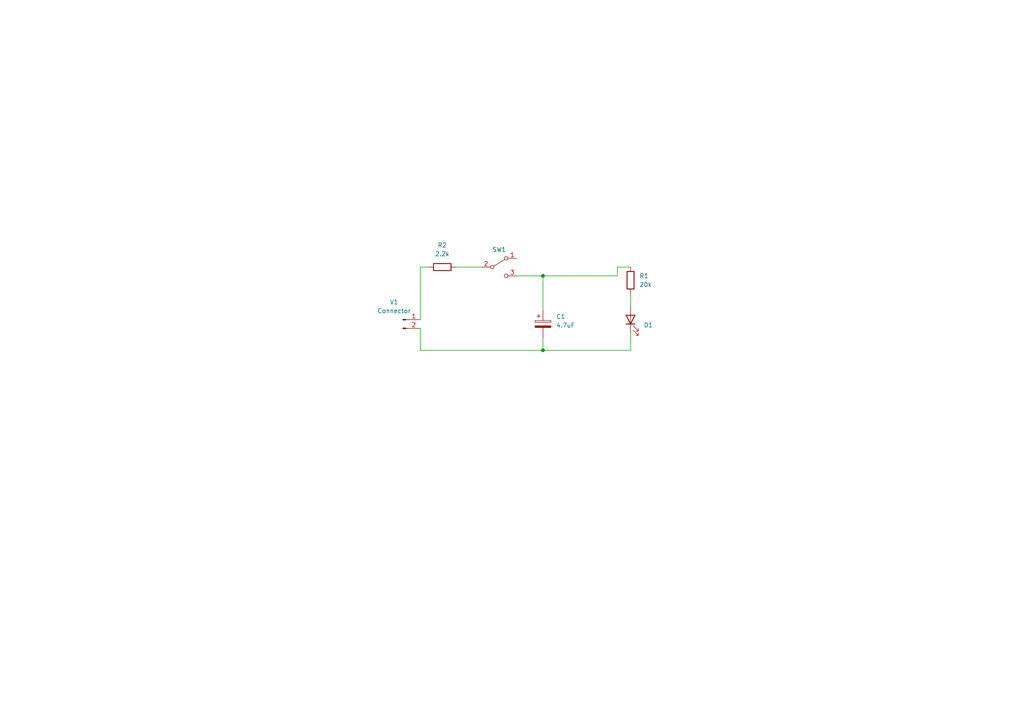
<source format=kicad_sch>
(kicad_sch (version 20211123) (generator eeschema)
  (paper "A4")
  (lib_symbols
    (symbol "Connector:Conn_01x02_Male" (pin_names (offset 1.016) hide)
      (property "Reference" "J" (at 0 2.54 0))
      (property "Value" "Conn_01x02_Male" (at 0 -5.08 0))
      (symbol "Conn_01x02_Male_1_1"
        (polyline (pts (xy 1.27 -2.54) (xy 0.8636 -2.54)) (stroke (width 0.1524)))
        (polyline (pts (xy 1.27 0) (xy 0.8636 0)) (stroke (width 0.1524)))
        (rectangle (start 0.8636 -2.413) (end 0 -2.667) (stroke (width 0.1524)) (fill (type outline)))
        (rectangle (start 0.8636 0.127) (end 0 -0.127) (stroke (width 0.1524)) (fill (type outline)))
        (pin passive line (at 5.08 0 180) (length 3.81) (name "Pin_1") (number "1"))
        (pin passive line (at 5.08 -2.54 180) (length 3.81) (name "Pin_2") (number "2"))
      )
    )
    (symbol "Device:C_Polarized" (pin_numbers hide) (pin_names (offset 0.254))
      (property "Reference" "C" (at 0.635 2.54 0))
      (property "Value" "C_Polarized" (at 0.635 -2.54 0))
      (symbol "C_Polarized_0_1"
        (rectangle (start -2.286 0.508) (end 2.286 1.016))
        (polyline (pts (xy -1.778 2.286) (xy -0.762 2.286)))
        (polyline (pts (xy -1.27 2.794) (xy -1.27 1.778)))
        (rectangle (start 2.286 -0.508) (end -2.286 -1.016) (fill (type outline)))
      )
      (symbol "C_Polarized_1_1"
        (pin passive line (at 0 3.81 270) (length 2.794) (name "~") (number "1"))
        (pin passive line (at 0 -3.81 90) (length 2.794) (name "~") (number "2"))
      )
    )
    (symbol "Device:LED" (pin_numbers hide) (pin_names (offset 1.016) hide)
      (property "Reference" "D" (at 0 2.54 0))
      (property "Value" "LED" (at 0 -2.54 0))
      (symbol "LED_0_1"
        (polyline (pts (xy -1.27 -1.27) (xy -1.27 1.27)) (stroke (width 0.254)))
        (polyline (pts (xy -1.27 0) (xy 1.27 0)))
        (polyline (pts (xy 1.27 -1.27) (xy 1.27 1.27) (xy -1.27 0) (xy 1.27 -1.27)) (stroke (width 0.254)))
        (polyline (pts (xy -3.048 -0.762) (xy -4.572 -2.286) (xy -3.81 -2.286) (xy -4.572 -2.286) (xy -4.572 -1.524)))
        (polyline (pts (xy -1.778 -0.762) (xy -3.302 -2.286) (xy -2.54 -2.286) (xy -3.302 -2.286) (xy -3.302 -1.524)))
      )
      (symbol "LED_1_1"
        (pin passive line (at -3.81 0 0) (length 2.54) (name "K") (number "1"))
        (pin passive line (at 3.81 0 180) (length 2.54) (name "A") (number "2"))
      )
    )
    (symbol "Device:R" (pin_numbers hide) (pin_names (offset 0))
      (property "Reference" "R" (at 2.032 0 90))
      (property "Value" "R" (at 0 0 90))
      (symbol "R_0_1"
        (rectangle (start -1.016 -2.54) (end 1.016 2.54) (stroke (width 0.254)))
      )
      (symbol "R_1_1"
        (pin passive line (at 0 3.81 270) (length 1.27) (name "~") (number "1"))
        (pin passive line (at 0 -3.81 90) (length 1.27) (name "~") (number "2"))
      )
    )
    (symbol "Switch:SW_SPDT" (pin_names (offset 0) hide)
      (property "Reference" "SW" (at 0 4.318 0))
      (property "Value" "SW_SPDT" (at 0 -5.08 0))
      (symbol "SW_SPDT_0_0"
        (circle (center -2.032 0) (radius 0.508))
        (circle (center 2.032 -2.54) (radius 0.508))
      )
      (symbol "SW_SPDT_0_1"
        (polyline (pts (xy -1.524 0.254) (xy 1.651 2.286)))
        (circle (center 2.032 2.54) (radius 0.508))
      )
      (symbol "SW_SPDT_1_1"
        (pin passive line (at 5.08 2.54 180) (length 2.54) (name "A") (number "1"))
        (pin passive line (at -5.08 0 0) (length 2.54) (name "B") (number "2"))
        (pin passive line (at 5.08 -2.54 180) (length 2.54) (name "C") (number "3"))
      )
    )
  )
  (junction (at 157.48 101.6))
  (junction (at 157.48 80.01))
  (wire (pts (xy 182.88 96.52) (xy 182.88 101.6)))
  (wire (pts (xy 179.07 77.47) (xy 182.88 77.47)))
  (wire (pts (xy 121.92 77.47) (xy 124.46 77.47)))
  (wire (pts (xy 157.48 80.01) (xy 179.07 80.01)))
  (wire (pts (xy 121.92 95.25) (xy 121.92 101.6)))
  (wire (pts (xy 179.07 80.01) (xy 179.07 77.47)))
  (wire (pts (xy 157.48 97.79) (xy 157.48 101.6)))
  (wire (pts (xy 182.88 85.09) (xy 182.88 88.9)))
  (wire (pts (xy 157.48 101.6) (xy 121.92 101.6)))
  (wire (pts (xy 132.08 77.47) (xy 139.7 77.47)))
  (wire (pts (xy 121.92 92.71) (xy 121.92 77.47)))
  (wire (pts (xy 182.88 101.6) (xy 157.48 101.6)))
  (wire (pts (xy 149.86 80.01) (xy 157.48 80.01)))
  (wire (pts (xy 157.48 80.01) (xy 157.48 90.17)))
  (symbol (lib_id "Device:LED") (at 182.88 92.71 90) (unit 1)
    (property "Reference" "D1" (at 186.69 94.2974 90) (effects (justify right)))
    (property "Value" "LED" (effects hide))
  )
  (symbol (lib_id "Device:R") (at 128.27 77.47 270) (unit 1)
    (property "Reference" "R2" (at 128.27 71.12 90))
    (property "Value" "2.2k" (at 128.27 73.66 90))
  )
  (symbol (lib_id "Switch:SW_SPDT") (at 144.78 77.47 0) (unit 1)
    (property "Reference" "SW1" (at 144.78 72.39 0))
    (property "Value" "SW_SPDT" (effects hide))
  )
  (symbol (lib_id "Connector:Conn_01x02_Male") (at 116.84 92.71 0) (unit 1)
    (property "Reference" "V1" (at 114.3 87.63 0))
    (property "Value" "Connector" (at 114.3 90.17 0))
  )
  (symbol (lib_id "Device:R") (at 182.88 81.28 0) (unit 1)
    (property "Reference" "R1" (at 185.42 80.0099 0) (effects (justify left)))
    (property "Value" "20k" (at 185.42 82.5499 0) (effects (justify left)))
  )
  (symbol (lib_id "Device:C_Polarized") (at 157.48 93.98 0) (unit 1)
    (property "Reference" "C1" (at 161.29 91.8209 0) (effects (justify left)))
    (property "Value" "4.7uF" (at 161.29 94.3609 0) (effects (justify left)))
  )
)
</source>
